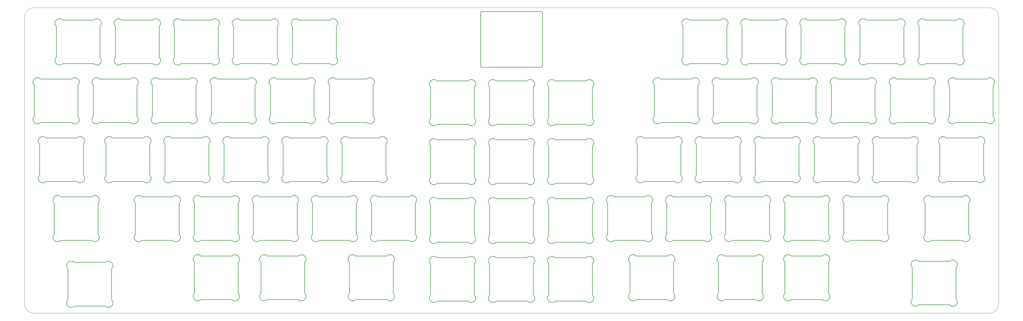
<source format=gbr>
G04 #@! TF.GenerationSoftware,KiCad,Pcbnew,7.0.9*
G04 #@! TF.CreationDate,2024-04-05T23:23:07+09:00*
G04 #@! TF.ProjectId,avain,61766169-6e2e-46b6-9963-61645f706362,rev?*
G04 #@! TF.SameCoordinates,Original*
G04 #@! TF.FileFunction,Profile,NP*
%FSLAX46Y46*%
G04 Gerber Fmt 4.6, Leading zero omitted, Abs format (unit mm)*
G04 Created by KiCad (PCBNEW 7.0.9) date 2024-04-05 23:23:07*
%MOMM*%
%LPD*%
G01*
G04 APERTURE LIST*
G04 #@! TA.AperFunction,Profile*
%ADD10C,0.100000*%
G04 #@! TD*
G04 #@! TA.AperFunction,Profile*
%ADD11C,0.150000*%
G04 #@! TD*
G04 APERTURE END LIST*
D10*
X14287500Y-113050000D02*
G75*
G03*
X17287500Y-116050000I3000000J0D01*
G01*
X17287500Y-17250000D02*
G75*
G03*
X14287500Y-20250000I0J-3000000D01*
G01*
X328637500Y-20250000D02*
G75*
G03*
X325637500Y-17250000I-3000000J0D01*
G01*
X325637500Y-17250000D02*
X17287500Y-17250000D01*
X14287500Y-20250000D02*
X14287500Y-113050000D01*
X328637500Y-113050000D02*
X328637500Y-20250000D01*
X325637500Y-116050000D02*
G75*
G03*
X328637500Y-113050000I0J3000000D01*
G01*
X17287500Y-116050000D02*
X325637500Y-116050000D01*
D11*
X250125000Y-71412500D02*
X250125000Y-61412500D01*
X252175000Y-59362500D02*
X262175000Y-59362500D01*
X262175000Y-73462500D02*
X252175000Y-73462500D01*
X264225000Y-61412500D02*
X264225000Y-71412500D01*
X252174999Y-59362501D02*
G75*
G03*
X250125001Y-61412499I-1024998J-1025000D01*
G01*
X250124998Y-71412501D02*
G75*
G03*
X252174997Y-73462500I1025001J-1024998D01*
G01*
X264225001Y-61412497D02*
G75*
G03*
X262175003Y-59362499I-1025001J1024997D01*
G01*
X262175003Y-73462501D02*
G75*
G03*
X264225001Y-71412503I1024997J1025001D01*
G01*
X164400000Y-52968750D02*
X164400000Y-42968750D01*
X166450000Y-40918750D02*
X176450000Y-40918750D01*
X176450000Y-55018750D02*
X166450000Y-55018750D01*
X178500000Y-42968750D02*
X178500000Y-52968750D01*
X166449999Y-40918751D02*
G75*
G03*
X164400001Y-42968749I-1024998J-1025000D01*
G01*
X164399998Y-52968751D02*
G75*
G03*
X166449997Y-55018750I1025001J-1024998D01*
G01*
X178500001Y-42968747D02*
G75*
G03*
X176450003Y-40918749I-1025001J1024997D01*
G01*
X176450003Y-55018751D02*
G75*
G03*
X178500001Y-52968753I1024997J1025001D01*
G01*
X309656300Y-71412500D02*
X309656300Y-61412500D01*
X311706300Y-59362500D02*
X321706300Y-59362500D01*
X321706300Y-73462500D02*
X311706300Y-73462500D01*
X323756300Y-61412500D02*
X323756300Y-71412500D01*
X311706299Y-59362501D02*
G75*
G03*
X309656301Y-61412499I-1024998J-1025000D01*
G01*
X309656298Y-71412501D02*
G75*
G03*
X311706297Y-73462500I1025001J-1024998D01*
G01*
X323756301Y-61412497D02*
G75*
G03*
X321706303Y-59362499I-1025001J1024997D01*
G01*
X321706303Y-73462501D02*
G75*
G03*
X323756301Y-71412503I1024997J1025001D01*
G01*
X145350000Y-91068750D02*
X145350000Y-81068750D01*
X147400000Y-79018750D02*
X157400000Y-79018750D01*
X157400000Y-93118750D02*
X147400000Y-93118750D01*
X159450000Y-81068750D02*
X159450000Y-91068750D01*
X147399999Y-79018751D02*
G75*
G03*
X145350001Y-81068749I-1024998J-1025000D01*
G01*
X145349998Y-91068751D02*
G75*
G03*
X147399997Y-93118750I1025001J-1024998D01*
G01*
X159450001Y-81068747D02*
G75*
G03*
X157400003Y-79018749I-1025001J1024997D01*
G01*
X157400003Y-93118751D02*
G75*
G03*
X159450001Y-91068753I1024997J1025001D01*
G01*
X264893800Y-33312500D02*
X264893800Y-23312500D01*
X266943800Y-21262500D02*
X276943800Y-21262500D01*
X276943800Y-35362500D02*
X266943800Y-35362500D01*
X278993800Y-23312500D02*
X278993800Y-33312500D01*
X266943799Y-21262501D02*
G75*
G03*
X264893801Y-23312499I-1024998J-1025000D01*
G01*
X264893798Y-33312501D02*
G75*
G03*
X266943797Y-35362500I1025001J-1024998D01*
G01*
X278993801Y-23312497D02*
G75*
G03*
X276943803Y-21262499I-1025001J1024997D01*
G01*
X276943803Y-35362501D02*
G75*
G03*
X278993801Y-33312503I1024997J1025001D01*
G01*
X69150000Y-109600000D02*
X69150000Y-99600000D01*
X71200000Y-97550000D02*
X81200000Y-97550000D01*
X81200000Y-111650000D02*
X71200000Y-111650000D01*
X83250000Y-99600000D02*
X83250000Y-109600000D01*
X71199999Y-97550001D02*
G75*
G03*
X69150001Y-99599999I-1024998J-1025000D01*
G01*
X69149998Y-109600001D02*
G75*
G03*
X71199997Y-111650000I1025001J-1024998D01*
G01*
X83250001Y-99599997D02*
G75*
G03*
X81200003Y-97549999I-1025001J1024997D01*
G01*
X81200003Y-111650001D02*
G75*
G03*
X83250001Y-109600003I1024997J1025001D01*
G01*
X278700000Y-90462500D02*
X278700000Y-80462500D01*
X280750000Y-78412500D02*
X290750000Y-78412500D01*
X290750000Y-92512500D02*
X280750000Y-92512500D01*
X292800000Y-80462500D02*
X292800000Y-90462500D01*
X280749999Y-78412501D02*
G75*
G03*
X278700001Y-80462499I-1024998J-1025000D01*
G01*
X278699998Y-90462501D02*
G75*
G03*
X280749997Y-92512500I1025001J-1024998D01*
G01*
X292800001Y-80462497D02*
G75*
G03*
X290750003Y-78412499I-1025001J1024997D01*
G01*
X290750003Y-92512501D02*
G75*
G03*
X292800001Y-90462503I1024997J1025001D01*
G01*
X238218800Y-109600000D02*
X238218800Y-99600000D01*
X240268800Y-97550000D02*
X250268800Y-97550000D01*
X250268800Y-111650000D02*
X240268800Y-111650000D01*
X252318800Y-99600000D02*
X252318800Y-109600000D01*
X240268799Y-97550001D02*
G75*
G03*
X238218801Y-99599999I-1024998J-1025000D01*
G01*
X238218798Y-109600001D02*
G75*
G03*
X240268797Y-111650000I1025001J-1024998D01*
G01*
X252318801Y-99599997D02*
G75*
G03*
X250268803Y-97549999I-1025001J1024997D01*
G01*
X250268803Y-111650001D02*
G75*
G03*
X252318801Y-109600003I1024997J1025001D01*
G01*
X145350000Y-110118750D02*
X145350000Y-100118750D01*
X147400000Y-98068750D02*
X157400000Y-98068750D01*
X157400000Y-112168750D02*
X147400000Y-112168750D01*
X159450000Y-100118750D02*
X159450000Y-110118750D01*
X147399999Y-98068751D02*
G75*
G03*
X145350001Y-100118749I-1024998J-1025000D01*
G01*
X145349998Y-110118751D02*
G75*
G03*
X147399997Y-112168750I1025001J-1024998D01*
G01*
X159450001Y-100118747D02*
G75*
G03*
X157400003Y-98068749I-1025001J1024997D01*
G01*
X157400003Y-112168751D02*
G75*
G03*
X159450001Y-110118753I1024997J1025001D01*
G01*
X183450000Y-52968750D02*
X183450000Y-42968750D01*
X185500000Y-40918750D02*
X195500000Y-40918750D01*
X195500000Y-55018750D02*
X185500000Y-55018750D01*
X197550000Y-42968750D02*
X197550000Y-52968750D01*
X185499999Y-40918751D02*
G75*
G03*
X183450001Y-42968749I-1024998J-1025000D01*
G01*
X183449998Y-52968751D02*
G75*
G03*
X185499997Y-55018750I1025001J-1024998D01*
G01*
X197550001Y-42968747D02*
G75*
G03*
X195500003Y-40918749I-1025001J1024997D01*
G01*
X195500003Y-55018751D02*
G75*
G03*
X197550001Y-52968753I1024997J1025001D01*
G01*
X283943800Y-33312500D02*
X283943800Y-23312500D01*
X285993800Y-21262500D02*
X295993800Y-21262500D01*
X295993800Y-35362500D02*
X285993800Y-35362500D01*
X298043800Y-23312500D02*
X298043800Y-33312500D01*
X285993799Y-21262501D02*
G75*
G03*
X283943801Y-23312499I-1024998J-1025000D01*
G01*
X283943798Y-33312501D02*
G75*
G03*
X285993797Y-35362500I1025001J-1024998D01*
G01*
X298043801Y-23312497D02*
G75*
G03*
X295993803Y-21262499I-1025001J1024997D01*
G01*
X295993803Y-35362501D02*
G75*
G03*
X298043801Y-33312503I1024997J1025001D01*
G01*
X69150000Y-90462500D02*
X69150000Y-80462500D01*
X71200000Y-78412500D02*
X81200000Y-78412500D01*
X81200000Y-92512500D02*
X71200000Y-92512500D01*
X83250000Y-80462500D02*
X83250000Y-90462500D01*
X71199999Y-78412501D02*
G75*
G03*
X69150001Y-80462499I-1024998J-1025000D01*
G01*
X69149998Y-90462501D02*
G75*
G03*
X71199997Y-92512500I1025001J-1024998D01*
G01*
X83250001Y-80462497D02*
G75*
G03*
X81200003Y-78412499I-1025001J1024997D01*
G01*
X81200003Y-92512501D02*
G75*
G03*
X83250001Y-90462503I1024997J1025001D01*
G01*
X28293800Y-111693700D02*
X28293800Y-101693700D01*
X30343800Y-99643700D02*
X40343800Y-99643700D01*
X40343800Y-113743700D02*
X30343800Y-113743700D01*
X42393800Y-101693700D02*
X42393800Y-111693700D01*
X30343799Y-99643701D02*
G75*
G03*
X28293801Y-101693699I-1024998J-1025000D01*
G01*
X28293798Y-111693701D02*
G75*
G03*
X30343797Y-113743700I1025001J-1024998D01*
G01*
X42393801Y-101693697D02*
G75*
G03*
X40343803Y-99643699I-1025001J1024997D01*
G01*
X40343803Y-113743701D02*
G75*
G03*
X42393801Y-111693703I1024997J1025001D01*
G01*
X93640000Y-52362500D02*
X93640000Y-42362500D01*
X95690000Y-40312500D02*
X105690000Y-40312500D01*
X105690000Y-54412500D02*
X95690000Y-54412500D01*
X107740000Y-42362500D02*
X107740000Y-52362500D01*
X95689999Y-40312501D02*
G75*
G03*
X93640001Y-42362499I-1024998J-1025000D01*
G01*
X93639998Y-52362501D02*
G75*
G03*
X95689997Y-54412500I1025001J-1024998D01*
G01*
X107740001Y-42362497D02*
G75*
G03*
X105690003Y-40312499I-1025001J1024997D01*
G01*
X105690003Y-54412501D02*
G75*
G03*
X107740001Y-52362503I1024997J1025001D01*
G01*
X107250000Y-90462500D02*
X107250000Y-80462500D01*
X109300000Y-78412500D02*
X119300000Y-78412500D01*
X119300000Y-92512500D02*
X109300000Y-92512500D01*
X121350000Y-80462500D02*
X121350000Y-90462500D01*
X109299999Y-78412501D02*
G75*
G03*
X107250001Y-80462499I-1024998J-1025000D01*
G01*
X107249998Y-90462501D02*
G75*
G03*
X109299997Y-92512500I1025001J-1024998D01*
G01*
X121350001Y-80462497D02*
G75*
G03*
X119300003Y-78412499I-1025001J1024997D01*
G01*
X119300003Y-92512501D02*
G75*
G03*
X121350001Y-90462503I1024997J1025001D01*
G01*
X300793800Y-111312500D02*
X300793800Y-101312500D01*
X302843800Y-99262500D02*
X312843800Y-99262500D01*
X312843800Y-113362500D02*
X302843800Y-113362500D01*
X314893800Y-101312500D02*
X314893800Y-111312500D01*
X302843799Y-99262501D02*
G75*
G03*
X300793801Y-101312499I-1024998J-1025000D01*
G01*
X300793798Y-111312501D02*
G75*
G03*
X302843797Y-113362500I1025001J-1024998D01*
G01*
X314893801Y-101312497D02*
G75*
G03*
X312843803Y-99262499I-1025001J1024997D01*
G01*
X312843803Y-113362501D02*
G75*
G03*
X314893801Y-111312503I1024997J1025001D01*
G01*
X183450000Y-72018750D02*
X183450000Y-62018750D01*
X185500000Y-59968750D02*
X195500000Y-59968750D01*
X195500000Y-74068750D02*
X185500000Y-74068750D01*
X197550000Y-62018750D02*
X197550000Y-72018750D01*
X185499999Y-59968751D02*
G75*
G03*
X183450001Y-62018749I-1024998J-1025000D01*
G01*
X183449998Y-72018751D02*
G75*
G03*
X185499997Y-74068750I1025001J-1024998D01*
G01*
X197550001Y-62018747D02*
G75*
G03*
X195500003Y-59968749I-1025001J1024997D01*
G01*
X195500003Y-74068751D02*
G75*
G03*
X197550001Y-72018753I1024997J1025001D01*
G01*
X23906300Y-90462500D02*
X23906300Y-80462500D01*
X25956300Y-78412500D02*
X35956300Y-78412500D01*
X35956300Y-92512500D02*
X25956300Y-92512500D01*
X38006300Y-80462500D02*
X38006300Y-90462500D01*
X25956299Y-78412501D02*
G75*
G03*
X23906301Y-80462499I-1024998J-1025000D01*
G01*
X23906298Y-90462501D02*
G75*
G03*
X25956297Y-92512500I1025001J-1024998D01*
G01*
X38006301Y-80462497D02*
G75*
G03*
X35956303Y-78412499I-1025001J1024997D01*
G01*
X35956303Y-92512501D02*
G75*
G03*
X38006301Y-90462503I1024997J1025001D01*
G01*
X40593800Y-71412500D02*
X40593800Y-61412500D01*
X42643800Y-59362500D02*
X52643800Y-59362500D01*
X52643800Y-73462500D02*
X42643800Y-73462500D01*
X54693800Y-61412500D02*
X54693800Y-71412500D01*
X42643799Y-59362501D02*
G75*
G03*
X40593801Y-61412499I-1024998J-1025000D01*
G01*
X40593798Y-71412501D02*
G75*
G03*
X42643797Y-73462500I1025001J-1024998D01*
G01*
X54693801Y-61412497D02*
G75*
G03*
X52643803Y-59362499I-1025001J1024997D01*
G01*
X52643803Y-73462501D02*
G75*
G03*
X54693801Y-71412503I1024997J1025001D01*
G01*
X217530600Y-52362500D02*
X217530600Y-42362500D01*
X219580600Y-40312500D02*
X229580600Y-40312500D01*
X229580600Y-54412500D02*
X219580600Y-54412500D01*
X231630600Y-42362500D02*
X231630600Y-52362500D01*
X219580599Y-40312501D02*
G75*
G03*
X217530601Y-42362499I-1024998J-1025000D01*
G01*
X217530598Y-52362501D02*
G75*
G03*
X219580597Y-54412500I1025001J-1024998D01*
G01*
X231630601Y-42362497D02*
G75*
G03*
X229580603Y-40312499I-1025001J1024997D01*
G01*
X229580603Y-54412501D02*
G75*
G03*
X231630601Y-52362503I1024997J1025001D01*
G01*
X116793800Y-71412500D02*
X116793800Y-61412500D01*
X118843800Y-59362500D02*
X128843800Y-59362500D01*
X128843800Y-73462500D02*
X118843800Y-73462500D01*
X130893800Y-61412500D02*
X130893800Y-71412500D01*
X118843799Y-59362501D02*
G75*
G03*
X116793801Y-61412499I-1024998J-1025000D01*
G01*
X116793798Y-71412501D02*
G75*
G03*
X118843797Y-73462500I1025001J-1024998D01*
G01*
X130893801Y-61412497D02*
G75*
G03*
X128843803Y-59362499I-1025001J1024997D01*
G01*
X128843803Y-73462501D02*
G75*
G03*
X130893801Y-71412503I1024997J1025001D01*
G01*
X126300000Y-90462500D02*
X126300000Y-80462500D01*
X128350000Y-78412500D02*
X138350000Y-78412500D01*
X138350000Y-92512500D02*
X128350000Y-92512500D01*
X140400000Y-80462500D02*
X140400000Y-90462500D01*
X128349999Y-78412501D02*
G75*
G03*
X126300001Y-80462499I-1024998J-1025000D01*
G01*
X126299998Y-90462501D02*
G75*
G03*
X128349997Y-92512500I1025001J-1024998D01*
G01*
X140400001Y-80462497D02*
G75*
G03*
X138350003Y-78412499I-1025001J1024997D01*
G01*
X138350003Y-92512501D02*
G75*
G03*
X140400001Y-90462503I1024997J1025001D01*
G01*
X78693800Y-71412500D02*
X78693800Y-61412500D01*
X80743800Y-59362500D02*
X90743800Y-59362500D01*
X90743800Y-73462500D02*
X80743800Y-73462500D01*
X92793800Y-61412500D02*
X92793800Y-71412500D01*
X80743799Y-59362501D02*
G75*
G03*
X78693801Y-61412499I-1024998J-1025000D01*
G01*
X78693798Y-71412501D02*
G75*
G03*
X80743797Y-73462500I1025001J-1024998D01*
G01*
X92793801Y-61412497D02*
G75*
G03*
X90743803Y-59362499I-1025001J1024997D01*
G01*
X90743803Y-73462501D02*
G75*
G03*
X92793801Y-71412503I1024997J1025001D01*
G01*
X302993800Y-33312500D02*
X302993800Y-23312500D01*
X305043800Y-21262500D02*
X315043800Y-21262500D01*
X315043800Y-35362500D02*
X305043800Y-35362500D01*
X317093800Y-23312500D02*
X317093800Y-33312500D01*
X305043799Y-21262501D02*
G75*
G03*
X302993801Y-23312499I-1024998J-1025000D01*
G01*
X302993798Y-33312501D02*
G75*
G03*
X305043797Y-35362500I1025001J-1024998D01*
G01*
X317093801Y-23312497D02*
G75*
G03*
X315043803Y-21262499I-1025001J1024997D01*
G01*
X315043803Y-35362501D02*
G75*
G03*
X317093801Y-33312503I1024997J1025001D01*
G01*
X17437500Y-52362500D02*
X17437500Y-42362500D01*
X19487500Y-40312500D02*
X29487500Y-40312500D01*
X29487500Y-54412500D02*
X19487500Y-54412500D01*
X31537500Y-42362500D02*
X31537500Y-52362500D01*
X19487499Y-40312501D02*
G75*
G03*
X17437501Y-42362499I-1024998J-1025000D01*
G01*
X17437498Y-52362501D02*
G75*
G03*
X19487497Y-54412500I1025001J-1024998D01*
G01*
X31537501Y-42362497D02*
G75*
G03*
X29487503Y-40312499I-1025001J1024997D01*
G01*
X29487503Y-54412501D02*
G75*
G03*
X31537501Y-52362503I1024997J1025001D01*
G01*
X212025000Y-71412500D02*
X212025000Y-61412500D01*
X214075000Y-59362500D02*
X224075000Y-59362500D01*
X224075000Y-73462500D02*
X214075000Y-73462500D01*
X226125000Y-61412500D02*
X226125000Y-71412500D01*
X214074999Y-59362501D02*
G75*
G03*
X212025001Y-61412499I-1024998J-1025000D01*
G01*
X212024998Y-71412501D02*
G75*
G03*
X214074997Y-73462500I1025001J-1024998D01*
G01*
X226125001Y-61412497D02*
G75*
G03*
X224075003Y-59362499I-1025001J1024997D01*
G01*
X224075003Y-73462501D02*
G75*
G03*
X226125001Y-71412503I1024997J1025001D01*
G01*
X112690000Y-52362500D02*
X112690000Y-42362500D01*
X114740000Y-40312500D02*
X124740000Y-40312500D01*
X124740000Y-54412500D02*
X114740000Y-54412500D01*
X126790000Y-42362500D02*
X126790000Y-52362500D01*
X114739999Y-40312501D02*
G75*
G03*
X112690001Y-42362499I-1024998J-1025000D01*
G01*
X112689998Y-52362501D02*
G75*
G03*
X114739997Y-54412500I1025001J-1024998D01*
G01*
X126790001Y-42362497D02*
G75*
G03*
X124740003Y-40312499I-1025001J1024997D01*
G01*
X124740003Y-54412501D02*
G75*
G03*
X126790001Y-52362503I1024997J1025001D01*
G01*
X24551900Y-33312500D02*
X24551900Y-23312500D01*
X26601900Y-21262500D02*
X36601900Y-21262500D01*
X36601900Y-35362500D02*
X26601900Y-35362500D01*
X38651900Y-23312500D02*
X38651900Y-33312500D01*
X26601899Y-21262501D02*
G75*
G03*
X24551901Y-23312499I-1024998J-1025000D01*
G01*
X24551898Y-33312501D02*
G75*
G03*
X26601897Y-35362500I1025001J-1024998D01*
G01*
X38651901Y-23312497D02*
G75*
G03*
X36601903Y-21262499I-1025001J1024997D01*
G01*
X36601903Y-35362501D02*
G75*
G03*
X38651901Y-33312503I1024997J1025001D01*
G01*
X259650000Y-109600000D02*
X259650000Y-99600000D01*
X261700000Y-97550000D02*
X271700000Y-97550000D01*
X271700000Y-111650000D02*
X261700000Y-111650000D01*
X273750000Y-99600000D02*
X273750000Y-109600000D01*
X261699999Y-97550001D02*
G75*
G03*
X259650001Y-99599999I-1024998J-1025000D01*
G01*
X259649998Y-109600001D02*
G75*
G03*
X261699997Y-111650000I1025001J-1024998D01*
G01*
X273750001Y-99599997D02*
G75*
G03*
X271700003Y-97549999I-1025001J1024997D01*
G01*
X271700003Y-111650001D02*
G75*
G03*
X273750001Y-109600003I1024997J1025001D01*
G01*
X145350000Y-72018750D02*
X145350000Y-62018750D01*
X147400000Y-59968750D02*
X157400000Y-59968750D01*
X157400000Y-74068750D02*
X147400000Y-74068750D01*
X159450000Y-62018750D02*
X159450000Y-72018750D01*
X147399999Y-59968751D02*
G75*
G03*
X145350001Y-62018749I-1024998J-1025000D01*
G01*
X145349998Y-72018751D02*
G75*
G03*
X147399997Y-74068750I1025001J-1024998D01*
G01*
X159450001Y-62018747D02*
G75*
G03*
X157400003Y-59968749I-1025001J1024997D01*
G01*
X157400003Y-74068751D02*
G75*
G03*
X159450001Y-72018753I1024997J1025001D01*
G01*
X119156300Y-109600000D02*
X119156300Y-99600000D01*
X121206300Y-97550000D02*
X131206300Y-97550000D01*
X131206300Y-111650000D02*
X121206300Y-111650000D01*
X133256300Y-99600000D02*
X133256300Y-109600000D01*
X121206299Y-97550001D02*
G75*
G03*
X119156301Y-99599999I-1024998J-1025000D01*
G01*
X119156298Y-109600001D02*
G75*
G03*
X121206297Y-111650000I1025001J-1024998D01*
G01*
X133256301Y-99599997D02*
G75*
G03*
X131206303Y-97549999I-1025001J1024997D01*
G01*
X131206303Y-111650001D02*
G75*
G03*
X133256301Y-109600003I1024997J1025001D01*
G01*
X183450000Y-110118750D02*
X183450000Y-100118750D01*
X185500000Y-98068750D02*
X195500000Y-98068750D01*
X195500000Y-112168750D02*
X185500000Y-112168750D01*
X197550000Y-100118750D02*
X197550000Y-110118750D01*
X185499999Y-98068751D02*
G75*
G03*
X183450001Y-100118749I-1024998J-1025000D01*
G01*
X183449998Y-110118751D02*
G75*
G03*
X185499997Y-112168750I1025001J-1024998D01*
G01*
X197550001Y-100118747D02*
G75*
G03*
X195500003Y-98068749I-1025001J1024997D01*
G01*
X195500003Y-112168751D02*
G75*
G03*
X197550001Y-110118753I1024997J1025001D01*
G01*
X240600000Y-90462500D02*
X240600000Y-80462500D01*
X242650000Y-78412500D02*
X252650000Y-78412500D01*
X252650000Y-92512500D02*
X242650000Y-92512500D01*
X254700000Y-80462500D02*
X254700000Y-90462500D01*
X242649999Y-78412501D02*
G75*
G03*
X240600001Y-80462499I-1024998J-1025000D01*
G01*
X240599998Y-90462501D02*
G75*
G03*
X242649997Y-92512500I1025001J-1024998D01*
G01*
X254700001Y-80462497D02*
G75*
G03*
X252650003Y-78412499I-1025001J1024997D01*
G01*
X252650003Y-92512501D02*
G75*
G03*
X254700001Y-90462503I1024997J1025001D01*
G01*
X269175000Y-71412500D02*
X269175000Y-61412500D01*
X271225000Y-59362500D02*
X281225000Y-59362500D01*
X281225000Y-73462500D02*
X271225000Y-73462500D01*
X283275000Y-61412500D02*
X283275000Y-71412500D01*
X271224999Y-59362501D02*
G75*
G03*
X269175001Y-61412499I-1024998J-1025000D01*
G01*
X269174998Y-71412501D02*
G75*
G03*
X271224997Y-73462500I1025001J-1024998D01*
G01*
X283275001Y-61412497D02*
G75*
G03*
X281225003Y-59362499I-1025001J1024997D01*
G01*
X281225003Y-73462501D02*
G75*
G03*
X283275001Y-71412503I1024997J1025001D01*
G01*
X304893800Y-90462500D02*
X304893800Y-80462500D01*
X306943800Y-78412500D02*
X316943800Y-78412500D01*
X316943800Y-92512500D02*
X306943800Y-92512500D01*
X318993800Y-80462500D02*
X318993800Y-90462500D01*
X306943799Y-78412501D02*
G75*
G03*
X304893801Y-80462499I-1024998J-1025000D01*
G01*
X304893798Y-90462501D02*
G75*
G03*
X306943797Y-92512500I1025001J-1024998D01*
G01*
X318993801Y-80462497D02*
G75*
G03*
X316943803Y-78412499I-1025001J1024997D01*
G01*
X316943803Y-92512501D02*
G75*
G03*
X318993801Y-90462503I1024997J1025001D01*
G01*
X81743800Y-33312500D02*
X81743800Y-23312500D01*
X83793800Y-21262500D02*
X93793800Y-21262500D01*
X93793800Y-35362500D02*
X83793800Y-35362500D01*
X95843800Y-23312500D02*
X95843800Y-33312500D01*
X83793799Y-21262501D02*
G75*
G03*
X81743801Y-23312499I-1024998J-1025000D01*
G01*
X81743798Y-33312501D02*
G75*
G03*
X83793797Y-35362500I1025001J-1024998D01*
G01*
X95843801Y-23312497D02*
G75*
G03*
X93793803Y-21262499I-1025001J1024997D01*
G01*
X93793803Y-35362501D02*
G75*
G03*
X95843801Y-33312503I1024997J1025001D01*
G01*
X226793800Y-33312500D02*
X226793800Y-23312500D01*
X228843800Y-21262500D02*
X238843800Y-21262500D01*
X238843800Y-35362500D02*
X228843800Y-35362500D01*
X240893800Y-23312500D02*
X240893800Y-33312500D01*
X228843799Y-21262501D02*
G75*
G03*
X226793801Y-23312499I-1024998J-1025000D01*
G01*
X226793798Y-33312501D02*
G75*
G03*
X228843797Y-35362500I1025001J-1024998D01*
G01*
X240893801Y-23312497D02*
G75*
G03*
X238843803Y-21262499I-1025001J1024997D01*
G01*
X238843803Y-35362501D02*
G75*
G03*
X240893801Y-33312503I1024997J1025001D01*
G01*
X231075000Y-71412500D02*
X231075000Y-61412500D01*
X233125000Y-59362500D02*
X243125000Y-59362500D01*
X243125000Y-73462500D02*
X233125000Y-73462500D01*
X245175000Y-61412500D02*
X245175000Y-71412500D01*
X233124999Y-59362501D02*
G75*
G03*
X231075001Y-61412499I-1024998J-1025000D01*
G01*
X231074998Y-71412501D02*
G75*
G03*
X233124997Y-73462500I1025001J-1024998D01*
G01*
X245175001Y-61412497D02*
G75*
G03*
X243125003Y-59362499I-1025001J1024997D01*
G01*
X243125003Y-73462501D02*
G75*
G03*
X245175001Y-71412503I1024997J1025001D01*
G01*
X90581300Y-109600000D02*
X90581300Y-99600000D01*
X92631300Y-97550000D02*
X102631300Y-97550000D01*
X102631300Y-111650000D02*
X92631300Y-111650000D01*
X104681300Y-99600000D02*
X104681300Y-109600000D01*
X92631299Y-97550001D02*
G75*
G03*
X90581301Y-99599999I-1024998J-1025000D01*
G01*
X90581298Y-109600001D02*
G75*
G03*
X92631297Y-111650000I1025001J-1024998D01*
G01*
X104681301Y-99599997D02*
G75*
G03*
X102631303Y-97549999I-1025001J1024997D01*
G01*
X102631303Y-111650001D02*
G75*
G03*
X104681301Y-109600003I1024997J1025001D01*
G01*
X59643800Y-71412500D02*
X59643800Y-61412500D01*
X61693800Y-59362500D02*
X71693800Y-59362500D01*
X71693800Y-73462500D02*
X61693800Y-73462500D01*
X73743800Y-61412500D02*
X73743800Y-71412500D01*
X61693799Y-59362501D02*
G75*
G03*
X59643801Y-61412499I-1024998J-1025000D01*
G01*
X59643798Y-71412501D02*
G75*
G03*
X61693797Y-73462500I1025001J-1024998D01*
G01*
X73743801Y-61412497D02*
G75*
G03*
X71693803Y-59362499I-1025001J1024997D01*
G01*
X71693803Y-73462501D02*
G75*
G03*
X73743801Y-71412503I1024997J1025001D01*
G01*
X145350000Y-52968750D02*
X145350000Y-42968750D01*
X147400000Y-40918750D02*
X157400000Y-40918750D01*
X157400000Y-55018750D02*
X147400000Y-55018750D01*
X159450000Y-42968750D02*
X159450000Y-52968750D01*
X147399999Y-40918751D02*
G75*
G03*
X145350001Y-42968749I-1024998J-1025000D01*
G01*
X145349998Y-52968751D02*
G75*
G03*
X147399997Y-55018750I1025001J-1024998D01*
G01*
X159450001Y-42968747D02*
G75*
G03*
X157400003Y-40918749I-1025001J1024997D01*
G01*
X157400003Y-55018751D02*
G75*
G03*
X159450001Y-52968753I1024997J1025001D01*
G01*
X19162500Y-71412500D02*
X19162500Y-61412500D01*
X21212500Y-59362500D02*
X31212500Y-59362500D01*
X31212500Y-73462500D02*
X21212500Y-73462500D01*
X33262500Y-61412500D02*
X33262500Y-71412500D01*
X21212499Y-59362501D02*
G75*
G03*
X19162501Y-61412499I-1024998J-1025000D01*
G01*
X19162498Y-71412501D02*
G75*
G03*
X21212497Y-73462500I1025001J-1024998D01*
G01*
X33262501Y-61412497D02*
G75*
G03*
X31212503Y-59362499I-1025001J1024997D01*
G01*
X31212503Y-73462501D02*
G75*
G03*
X33262501Y-71412503I1024997J1025001D01*
G01*
X202500000Y-90462500D02*
X202500000Y-80462500D01*
X204550000Y-78412500D02*
X214550000Y-78412500D01*
X214550000Y-92512500D02*
X204550000Y-92512500D01*
X216600000Y-80462500D02*
X216600000Y-90462500D01*
X204549999Y-78412501D02*
G75*
G03*
X202500001Y-80462499I-1024998J-1025000D01*
G01*
X202499998Y-90462501D02*
G75*
G03*
X204549997Y-92512500I1025001J-1024998D01*
G01*
X216600001Y-80462497D02*
G75*
G03*
X214550003Y-78412499I-1025001J1024997D01*
G01*
X214550003Y-92512501D02*
G75*
G03*
X216600001Y-90462503I1024997J1025001D01*
G01*
X97743800Y-71412500D02*
X97743800Y-61412500D01*
X99793800Y-59362500D02*
X109793800Y-59362500D01*
X109793800Y-73462500D02*
X99793800Y-73462500D01*
X111843800Y-61412500D02*
X111843800Y-71412500D01*
X99793799Y-59362501D02*
G75*
G03*
X97743801Y-61412499I-1024998J-1025000D01*
G01*
X97743798Y-71412501D02*
G75*
G03*
X99793797Y-73462500I1025001J-1024998D01*
G01*
X111843801Y-61412497D02*
G75*
G03*
X109793803Y-59362499I-1025001J1024997D01*
G01*
X109793803Y-73462501D02*
G75*
G03*
X111843801Y-71412503I1024997J1025001D01*
G01*
X221550000Y-90462500D02*
X221550000Y-80462500D01*
X223600000Y-78412500D02*
X233600000Y-78412500D01*
X233600000Y-92512500D02*
X223600000Y-92512500D01*
X235650000Y-80462500D02*
X235650000Y-90462500D01*
X223599999Y-78412501D02*
G75*
G03*
X221550001Y-80462499I-1024998J-1025000D01*
G01*
X221549998Y-90462501D02*
G75*
G03*
X223599997Y-92512500I1025001J-1024998D01*
G01*
X235650001Y-80462497D02*
G75*
G03*
X233600003Y-78412499I-1025001J1024997D01*
G01*
X233600003Y-92512501D02*
G75*
G03*
X235650001Y-90462503I1024997J1025001D01*
G01*
X74590000Y-52362500D02*
X74590000Y-42362500D01*
X76640000Y-40312500D02*
X86640000Y-40312500D01*
X86640000Y-54412500D02*
X76640000Y-54412500D01*
X88690000Y-42362500D02*
X88690000Y-52362500D01*
X76639999Y-40312501D02*
G75*
G03*
X74590001Y-42362499I-1024998J-1025000D01*
G01*
X74589998Y-52362501D02*
G75*
G03*
X76639997Y-54412500I1025001J-1024998D01*
G01*
X88690001Y-42362497D02*
G75*
G03*
X86640003Y-40312499I-1025001J1024997D01*
G01*
X86640003Y-54412501D02*
G75*
G03*
X88690001Y-52362503I1024997J1025001D01*
G01*
X161450000Y-19000000D02*
X161450000Y-36000000D01*
X161950000Y-36500000D02*
X180950000Y-36500000D01*
X180950000Y-18500000D02*
X161950000Y-18500000D01*
X181450000Y-36000000D02*
X181450000Y-19000000D01*
X161950000Y-18500000D02*
G75*
G03*
X161450000Y-19000000I-2J-499998D01*
G01*
X161450000Y-36000000D02*
G75*
G03*
X161950000Y-36500000I500001J1D01*
G01*
X181450000Y-19000000D02*
G75*
G03*
X180950000Y-18500000I-500000J0D01*
G01*
X180950000Y-36500000D02*
G75*
G03*
X181450000Y-36000000I0J500000D01*
G01*
X245843800Y-33312500D02*
X245843800Y-23312500D01*
X247893800Y-21262500D02*
X257893800Y-21262500D01*
X257893800Y-35362500D02*
X247893800Y-35362500D01*
X259943800Y-23312500D02*
X259943800Y-33312500D01*
X247893799Y-21262501D02*
G75*
G03*
X245843801Y-23312499I-1024998J-1025000D01*
G01*
X245843798Y-33312501D02*
G75*
G03*
X247893797Y-35362500I1025001J-1024998D01*
G01*
X259943801Y-23312497D02*
G75*
G03*
X257893803Y-21262499I-1025001J1024997D01*
G01*
X257893803Y-35362501D02*
G75*
G03*
X259943801Y-33312503I1024997J1025001D01*
G01*
X164400000Y-91068750D02*
X164400000Y-81068750D01*
X166450000Y-79018750D02*
X176450000Y-79018750D01*
X176450000Y-93118750D02*
X166450000Y-93118750D01*
X178500000Y-81068750D02*
X178500000Y-91068750D01*
X166449999Y-79018751D02*
G75*
G03*
X164400001Y-81068749I-1024998J-1025000D01*
G01*
X164399998Y-91068751D02*
G75*
G03*
X166449997Y-93118750I1025001J-1024998D01*
G01*
X178500001Y-81068747D02*
G75*
G03*
X176450003Y-79018749I-1025001J1024997D01*
G01*
X176450003Y-93118751D02*
G75*
G03*
X178500001Y-91068753I1024997J1025001D01*
G01*
X255630600Y-52362500D02*
X255630600Y-42362500D01*
X257680600Y-40312500D02*
X267680600Y-40312500D01*
X267680600Y-54412500D02*
X257680600Y-54412500D01*
X269730600Y-42362500D02*
X269730600Y-52362500D01*
X257680599Y-40312501D02*
G75*
G03*
X255630601Y-42362499I-1024998J-1025000D01*
G01*
X255630598Y-52362501D02*
G75*
G03*
X257680597Y-54412500I1025001J-1024998D01*
G01*
X269730601Y-42362497D02*
G75*
G03*
X267680603Y-40312499I-1025001J1024997D01*
G01*
X267680603Y-54412501D02*
G75*
G03*
X269730601Y-52362503I1024997J1025001D01*
G01*
X100793800Y-33312500D02*
X100793800Y-23312500D01*
X102843800Y-21262500D02*
X112843800Y-21262500D01*
X112843800Y-35362500D02*
X102843800Y-35362500D01*
X114893800Y-23312500D02*
X114893800Y-33312500D01*
X102843799Y-21262501D02*
G75*
G03*
X100793801Y-23312499I-1024998J-1025000D01*
G01*
X100793798Y-33312501D02*
G75*
G03*
X102843797Y-35362500I1025001J-1024998D01*
G01*
X114893801Y-23312497D02*
G75*
G03*
X112843803Y-21262499I-1025001J1024997D01*
G01*
X112843803Y-35362501D02*
G75*
G03*
X114893801Y-33312503I1024997J1025001D01*
G01*
X183450000Y-91068750D02*
X183450000Y-81068750D01*
X185500000Y-79018750D02*
X195500000Y-79018750D01*
X195500000Y-93118750D02*
X185500000Y-93118750D01*
X197550000Y-81068750D02*
X197550000Y-91068750D01*
X185499999Y-79018751D02*
G75*
G03*
X183450001Y-81068749I-1024998J-1025000D01*
G01*
X183449998Y-91068751D02*
G75*
G03*
X185499997Y-93118750I1025001J-1024998D01*
G01*
X197550001Y-81068747D02*
G75*
G03*
X195500003Y-79018749I-1025001J1024997D01*
G01*
X195500003Y-93118751D02*
G75*
G03*
X197550001Y-91068753I1024997J1025001D01*
G01*
X236580600Y-52362500D02*
X236580600Y-42362500D01*
X238630600Y-40312500D02*
X248630600Y-40312500D01*
X248630600Y-54412500D02*
X238630600Y-54412500D01*
X250680600Y-42362500D02*
X250680600Y-52362500D01*
X238630599Y-40312501D02*
G75*
G03*
X236580601Y-42362499I-1024998J-1025000D01*
G01*
X236580598Y-52362501D02*
G75*
G03*
X238630597Y-54412500I1025001J-1024998D01*
G01*
X250680601Y-42362497D02*
G75*
G03*
X248630603Y-40312499I-1025001J1024997D01*
G01*
X248630603Y-54412501D02*
G75*
G03*
X250680601Y-52362503I1024997J1025001D01*
G01*
X50100000Y-90462500D02*
X50100000Y-80462500D01*
X52150000Y-78412500D02*
X62150000Y-78412500D01*
X62150000Y-92512500D02*
X52150000Y-92512500D01*
X64200000Y-80462500D02*
X64200000Y-90462500D01*
X52149999Y-78412501D02*
G75*
G03*
X50100001Y-80462499I-1024998J-1025000D01*
G01*
X50099998Y-90462501D02*
G75*
G03*
X52149997Y-92512500I1025001J-1024998D01*
G01*
X64200001Y-80462497D02*
G75*
G03*
X62150003Y-78412499I-1025001J1024997D01*
G01*
X62150003Y-92512501D02*
G75*
G03*
X64200001Y-90462503I1024997J1025001D01*
G01*
X164400000Y-72018750D02*
X164400000Y-62018750D01*
X166450000Y-59968750D02*
X176450000Y-59968750D01*
X176450000Y-74068750D02*
X166450000Y-74068750D01*
X178500000Y-62018750D02*
X178500000Y-72018750D01*
X166449999Y-59968751D02*
G75*
G03*
X164400001Y-62018749I-1024998J-1025000D01*
G01*
X164399998Y-72018751D02*
G75*
G03*
X166449997Y-74068750I1025001J-1024998D01*
G01*
X178500001Y-62018747D02*
G75*
G03*
X176450003Y-59968749I-1025001J1024997D01*
G01*
X176450003Y-74068751D02*
G75*
G03*
X178500001Y-72018753I1024997J1025001D01*
G01*
X293730600Y-52362500D02*
X293730600Y-42362500D01*
X295780600Y-40312500D02*
X305780600Y-40312500D01*
X305780600Y-54412500D02*
X295780600Y-54412500D01*
X307830600Y-42362500D02*
X307830600Y-52362500D01*
X295780599Y-40312501D02*
G75*
G03*
X293730601Y-42362499I-1024998J-1025000D01*
G01*
X293730598Y-52362501D02*
G75*
G03*
X295780597Y-54412500I1025001J-1024998D01*
G01*
X307830601Y-42362497D02*
G75*
G03*
X305780603Y-40312499I-1025001J1024997D01*
G01*
X305780603Y-54412501D02*
G75*
G03*
X307830601Y-52362503I1024997J1025001D01*
G01*
X62693800Y-33312500D02*
X62693800Y-23312500D01*
X64743800Y-21262500D02*
X74743800Y-21262500D01*
X74743800Y-35362500D02*
X64743800Y-35362500D01*
X76793800Y-23312500D02*
X76793800Y-33312500D01*
X64743799Y-21262501D02*
G75*
G03*
X62693801Y-23312499I-1024998J-1025000D01*
G01*
X62693798Y-33312501D02*
G75*
G03*
X64743797Y-35362500I1025001J-1024998D01*
G01*
X76793801Y-23312497D02*
G75*
G03*
X74743803Y-21262499I-1025001J1024997D01*
G01*
X74743803Y-35362501D02*
G75*
G03*
X76793801Y-33312503I1024997J1025001D01*
G01*
X55540000Y-52362500D02*
X55540000Y-42362500D01*
X57590000Y-40312500D02*
X67590000Y-40312500D01*
X67590000Y-54412500D02*
X57590000Y-54412500D01*
X69640000Y-42362500D02*
X69640000Y-52362500D01*
X57589999Y-40312501D02*
G75*
G03*
X55540001Y-42362499I-1024998J-1025000D01*
G01*
X55539998Y-52362501D02*
G75*
G03*
X57589997Y-54412500I1025001J-1024998D01*
G01*
X69640001Y-42362497D02*
G75*
G03*
X67590003Y-40312499I-1025001J1024997D01*
G01*
X67590003Y-54412501D02*
G75*
G03*
X69640001Y-52362503I1024997J1025001D01*
G01*
X36490000Y-52362500D02*
X36490000Y-42362500D01*
X38540000Y-40312500D02*
X48540000Y-40312500D01*
X48540000Y-54412500D02*
X38540000Y-54412500D01*
X50590000Y-42362500D02*
X50590000Y-52362500D01*
X38539999Y-40312501D02*
G75*
G03*
X36490001Y-42362499I-1024998J-1025000D01*
G01*
X36489998Y-52362501D02*
G75*
G03*
X38539997Y-54412500I1025001J-1024998D01*
G01*
X50590001Y-42362497D02*
G75*
G03*
X48540003Y-40312499I-1025001J1024997D01*
G01*
X48540003Y-54412501D02*
G75*
G03*
X50590001Y-52362503I1024997J1025001D01*
G01*
X274680600Y-52362500D02*
X274680600Y-42362500D01*
X276730600Y-40312500D02*
X286730600Y-40312500D01*
X286730600Y-54412500D02*
X276730600Y-54412500D01*
X288780600Y-42362500D02*
X288780600Y-52362500D01*
X276730599Y-40312501D02*
G75*
G03*
X274680601Y-42362499I-1024998J-1025000D01*
G01*
X274680598Y-52362501D02*
G75*
G03*
X276730597Y-54412500I1025001J-1024998D01*
G01*
X288780601Y-42362497D02*
G75*
G03*
X286730603Y-40312499I-1025001J1024997D01*
G01*
X286730603Y-54412501D02*
G75*
G03*
X288780601Y-52362503I1024997J1025001D01*
G01*
X288225000Y-71412500D02*
X288225000Y-61412500D01*
X290275000Y-59362500D02*
X300275000Y-59362500D01*
X300275000Y-73462500D02*
X290275000Y-73462500D01*
X302325000Y-61412500D02*
X302325000Y-71412500D01*
X290274999Y-59362501D02*
G75*
G03*
X288225001Y-61412499I-1024998J-1025000D01*
G01*
X288224998Y-71412501D02*
G75*
G03*
X290274997Y-73462500I1025001J-1024998D01*
G01*
X302325001Y-61412497D02*
G75*
G03*
X300275003Y-59362499I-1025001J1024997D01*
G01*
X300275003Y-73462501D02*
G75*
G03*
X302325001Y-71412503I1024997J1025001D01*
G01*
X88200000Y-90462500D02*
X88200000Y-80462500D01*
X90250000Y-78412500D02*
X100250000Y-78412500D01*
X100250000Y-92512500D02*
X90250000Y-92512500D01*
X102300000Y-80462500D02*
X102300000Y-90462500D01*
X90249999Y-78412501D02*
G75*
G03*
X88200001Y-80462499I-1024998J-1025000D01*
G01*
X88199998Y-90462501D02*
G75*
G03*
X90249997Y-92512500I1025001J-1024998D01*
G01*
X102300001Y-80462497D02*
G75*
G03*
X100250003Y-78412499I-1025001J1024997D01*
G01*
X100250003Y-92512501D02*
G75*
G03*
X102300001Y-90462503I1024997J1025001D01*
G01*
X259650000Y-90462500D02*
X259650000Y-80462500D01*
X261700000Y-78412500D02*
X271700000Y-78412500D01*
X271700000Y-92512500D02*
X261700000Y-92512500D01*
X273750000Y-80462500D02*
X273750000Y-90462500D01*
X261699999Y-78412501D02*
G75*
G03*
X259650001Y-80462499I-1024998J-1025000D01*
G01*
X259649998Y-90462501D02*
G75*
G03*
X261699997Y-92512500I1025001J-1024998D01*
G01*
X273750001Y-80462497D02*
G75*
G03*
X271700003Y-78412499I-1025001J1024997D01*
G01*
X271700003Y-92512501D02*
G75*
G03*
X273750001Y-90462503I1024997J1025001D01*
G01*
X209643800Y-109600000D02*
X209643800Y-99600000D01*
X211693800Y-97550000D02*
X221693800Y-97550000D01*
X221693800Y-111650000D02*
X211693800Y-111650000D01*
X223743800Y-99600000D02*
X223743800Y-109600000D01*
X211693799Y-97550001D02*
G75*
G03*
X209643801Y-99599999I-1024998J-1025000D01*
G01*
X209643798Y-109600001D02*
G75*
G03*
X211693797Y-111650000I1025001J-1024998D01*
G01*
X223743801Y-99599997D02*
G75*
G03*
X221693803Y-97549999I-1025001J1024997D01*
G01*
X221693803Y-111650001D02*
G75*
G03*
X223743801Y-109600003I1024997J1025001D01*
G01*
X312774400Y-52362500D02*
X312774400Y-42362500D01*
X314824400Y-40312500D02*
X324824400Y-40312500D01*
X324824400Y-54412500D02*
X314824400Y-54412500D01*
X326874400Y-42362500D02*
X326874400Y-52362500D01*
X314824399Y-40312501D02*
G75*
G03*
X312774401Y-42362499I-1024998J-1025000D01*
G01*
X312774398Y-52362501D02*
G75*
G03*
X314824397Y-54412500I1025001J-1024998D01*
G01*
X326874401Y-42362497D02*
G75*
G03*
X324824403Y-40312499I-1025001J1024997D01*
G01*
X324824403Y-54412501D02*
G75*
G03*
X326874401Y-52362503I1024997J1025001D01*
G01*
X164400000Y-110118750D02*
X164400000Y-100118750D01*
X166450000Y-98068750D02*
X176450000Y-98068750D01*
X176450000Y-112168750D02*
X166450000Y-112168750D01*
X178500000Y-100118750D02*
X178500000Y-110118750D01*
X166449999Y-98068751D02*
G75*
G03*
X164400001Y-100118749I-1024998J-1025000D01*
G01*
X164399998Y-110118751D02*
G75*
G03*
X166449997Y-112168750I1025001J-1024998D01*
G01*
X178500001Y-100118747D02*
G75*
G03*
X176450003Y-98068749I-1025001J1024997D01*
G01*
X176450003Y-112168751D02*
G75*
G03*
X178500001Y-110118753I1024997J1025001D01*
G01*
X43643800Y-33312500D02*
X43643800Y-23312500D01*
X45693800Y-21262500D02*
X55693800Y-21262500D01*
X55693800Y-35362500D02*
X45693800Y-35362500D01*
X57743800Y-23312500D02*
X57743800Y-33312500D01*
X45693799Y-21262501D02*
G75*
G03*
X43643801Y-23312499I-1024998J-1025000D01*
G01*
X43643798Y-33312501D02*
G75*
G03*
X45693797Y-35362500I1025001J-1024998D01*
G01*
X57743801Y-23312497D02*
G75*
G03*
X55693803Y-21262499I-1025001J1024997D01*
G01*
X55693803Y-35362501D02*
G75*
G03*
X57743801Y-33312503I1024997J1025001D01*
G01*
M02*

</source>
